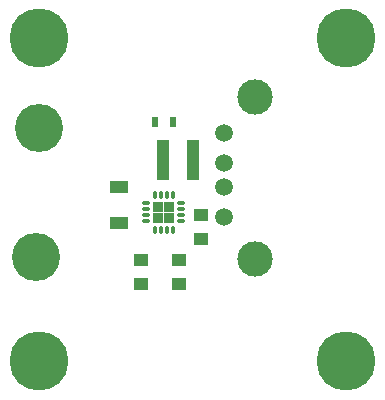
<source format=gbr>
G04 #@! TF.FileFunction,Soldermask,Top*
%FSLAX46Y46*%
G04 Gerber Fmt 4.6, Leading zero omitted, Abs format (unit mm)*
G04 Created by KiCad (PCBNEW (2015-07-31 BZR 6030)-product) date Fri Sep 11 12:38:58 2015*
%MOMM*%
G01*
G04 APERTURE LIST*
%ADD10C,0.100000*%
%ADD11C,5.000000*%
%ADD12R,1.250000X1.000000*%
%ADD13R,1.600000X1.000000*%
%ADD14C,1.501140*%
%ADD15C,2.999740*%
%ADD16R,0.980000X3.400000*%
%ADD17R,0.500000X0.900000*%
%ADD18O,0.300000X0.750000*%
%ADD19O,0.750000X0.300000*%
%ADD20R,0.900000X0.900000*%
%ADD21C,4.064000*%
G04 APERTURE END LIST*
D10*
D11*
X153240000Y-119900000D03*
X179275000Y-119900000D03*
X179275000Y-92595000D03*
D12*
X161925000Y-111395000D03*
X161925000Y-113395000D03*
X165100000Y-111395000D03*
X165100000Y-113395000D03*
D13*
X160020000Y-108180000D03*
X160020000Y-105180000D03*
D12*
X167005000Y-107585000D03*
X167005000Y-109585000D03*
D14*
X168910000Y-100584000D03*
X168910000Y-103124000D03*
X168910000Y-105156000D03*
X168910000Y-107696000D03*
D15*
X171577000Y-97536000D03*
X171577000Y-111252000D03*
D16*
X163745000Y-102870000D03*
X166285000Y-102870000D03*
D17*
X164580000Y-99695000D03*
X163080000Y-99695000D03*
D18*
X164580000Y-105840000D03*
X164080000Y-105840000D03*
X163580000Y-105840000D03*
X163080000Y-105840000D03*
D19*
X162355000Y-106565000D03*
X162355000Y-107065000D03*
X162355000Y-107565000D03*
X162355000Y-108065000D03*
D18*
X163080000Y-108790000D03*
X163580000Y-108790000D03*
X164080000Y-108790000D03*
X164580000Y-108790000D03*
D19*
X165305000Y-108065000D03*
X165305000Y-107565000D03*
X165305000Y-107065000D03*
X165305000Y-106565000D03*
D20*
X163380000Y-107765000D03*
X164280000Y-107765000D03*
X163380000Y-106865000D03*
X164280000Y-106865000D03*
D21*
X153240000Y-100215000D03*
X153035000Y-111125000D03*
D11*
X153240000Y-92595000D03*
M02*

</source>
